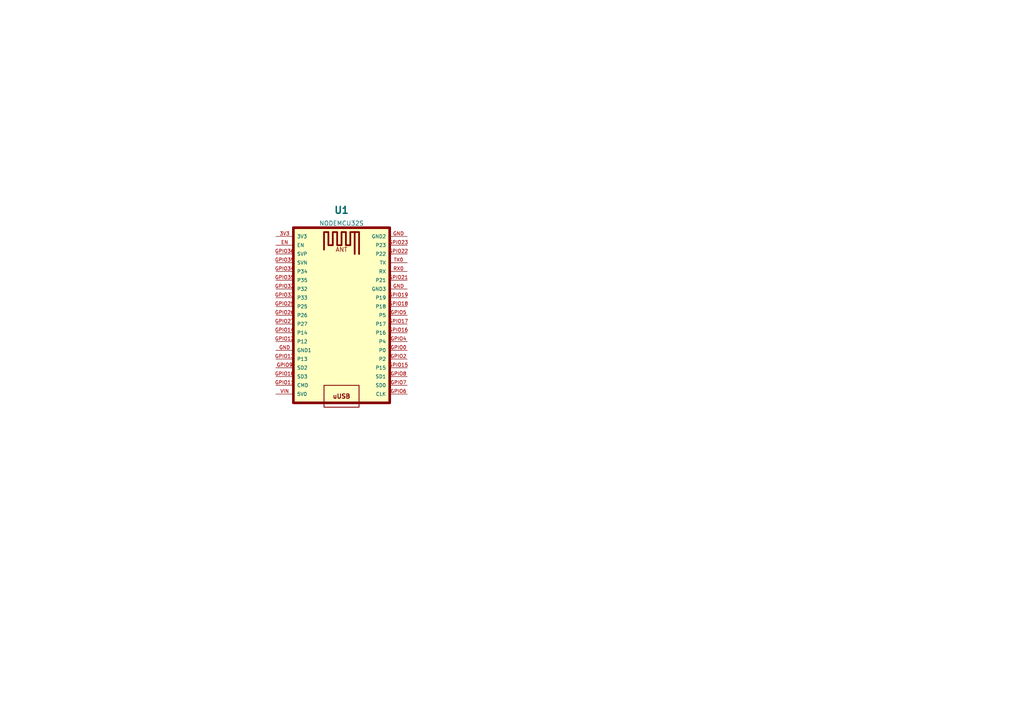
<source format=kicad_sch>
(kicad_sch (version 20230121) (generator eeschema)
  (paper "A4")
  (lib_symbols
    (symbol "Infinity_mirror:NODEMCU32S" (pin_names (offset 1.016))
      (property "Reference" "U" (at -1.27 7.62 0))
      (property "Value" "NODEMCU32S" (at 0 -3.81 0))
      (symbol "NODEMCU32S_0_0"
        (text_box "uUSB" (at -5.08 -20.32 0) (size 10.16 -6.35) (stroke (width 0.254)) (effects (font (size 1.27 1.27) bold)))
        (pin bidirectional line (at -19.05 20.32 0) (length 5.08) (name "EN") (number "EN"))
      )
      (symbol "NODEMCU32S_1_0"
        (rectangle (start -13.97 25.4) (end 13.97 -25.4) (stroke (width 0.762)) (fill (type background)))
        (pin bidirectional line (at -19.05 22.86 0) (length 5.08) (name "3V3") (number "3V3"))
        (pin bidirectional line (at -19.05 -10.16 0) (length 5.08) (name "GND1") (number "GND"))
        (pin bidirectional line (at 19.05 22.86 180) (length 5.08) (name "GND2") (number "GND"))
        (pin bidirectional line (at 19.05 7.62 180) (length 5.08) (name "GND3") (number "GND"))
        (pin bidirectional line (at 19.05 -10.16 180) (length 5.08) (name "P0") (number "GPIO0"))
        (pin bidirectional line (at -19.05 -17.78 0) (length 5.08) (name "SD3") (number "GPIO10"))
        (pin bidirectional line (at -19.05 -20.32 0) (length 5.08) (name "CMD") (number "GPIO11"))
        (pin bidirectional line (at -19.05 -7.62 0) (length 5.08) (name "P12") (number "GPIO12"))
        (pin bidirectional line (at -19.05 -12.7 0) (length 5.08) (name "P13") (number "GPIO13"))
        (pin bidirectional line (at -19.05 -5.08 0) (length 5.08) (name "P14") (number "GPIO14"))
        (pin bidirectional line (at 19.05 -15.24 180) (length 5.08) (name "P15") (number "GPIO15"))
        (pin bidirectional line (at 19.05 -5.08 180) (length 5.08) (name "P16") (number "GPIO16"))
        (pin bidirectional line (at 19.05 -2.54 180) (length 5.08) (name "P17") (number "GPIO17"))
        (pin bidirectional line (at 19.05 2.54 180) (length 5.08) (name "P18") (number "GPIO18"))
        (pin bidirectional line (at 19.05 5.08 180) (length 5.08) (name "P19") (number "GPIO19"))
        (pin bidirectional line (at 19.05 -12.7 180) (length 5.08) (name "P2") (number "GPIO2"))
        (pin bidirectional line (at 19.05 10.16 180) (length 5.08) (name "P21") (number "GPIO21"))
        (pin bidirectional line (at 19.05 17.78 180) (length 5.08) (name "P22") (number "GPIO22"))
        (pin bidirectional line (at 19.05 20.32 180) (length 5.08) (name "P23") (number "GPIO23"))
        (pin bidirectional line (at -19.05 2.54 0) (length 5.08) (name "P25") (number "GPIO25"))
        (pin bidirectional line (at -19.05 0 0) (length 5.08) (name "P26") (number "GPIO26"))
        (pin bidirectional line (at -19.05 -2.54 0) (length 5.08) (name "P27") (number "GPIO27"))
        (pin bidirectional line (at -19.05 7.62 0) (length 5.08) (name "P32") (number "GPIO32"))
        (pin bidirectional line (at -19.05 5.08 0) (length 5.08) (name "P33") (number "GPIO33"))
        (pin input line (at -19.05 12.7 0) (length 5.08) (name "P34") (number "GPIO34"))
        (pin input line (at -19.05 10.16 0) (length 5.08) (name "P35") (number "GPIO35"))
        (pin input line (at -19.05 17.78 0) (length 5.08) (name "SVP") (number "GPIO36"))
        (pin input line (at -19.05 15.24 0) (length 5.08) (name "SVN") (number "GPIO39"))
        (pin bidirectional line (at 19.05 -7.62 180) (length 5.08) (name "P4") (number "GPIO4"))
        (pin bidirectional line (at 19.05 0 180) (length 5.08) (name "P5") (number "GPIO5"))
        (pin bidirectional line (at 19.05 -22.86 180) (length 5.08) (name "CLK") (number "GPIO6"))
        (pin bidirectional line (at 19.05 -20.32 180) (length 5.08) (name "SD0") (number "GPIO7"))
        (pin bidirectional line (at 19.05 -17.78 180) (length 5.08) (name "SD1") (number "GPIO8"))
        (pin bidirectional line (at -19.05 -15.24 0) (length 5.08) (name "SD2") (number "GPIO9"))
        (pin bidirectional line (at 19.05 12.7 180) (length 5.08) (name "RX") (number "RX0"))
        (pin bidirectional line (at 19.05 15.24 180) (length 5.08) (name "TX") (number "TX0"))
        (pin bidirectional line (at -19.05 -22.86 0) (length 5.08) (name "5V0") (number "VIN"))
      )
      (symbol "NODEMCU32S_1_1"
        (polyline (pts (xy 5.08 17.78) (xy 5.08 24.13) (xy 3.81 24.13) (xy 3.81 17.78)) (stroke (width 0.508)))
        (polyline (pts (xy 3.81 24.13) (xy 2.54 24.13) (xy 2.54 20.32) (xy 1.27 20.32) (xy 1.27 24.13) (xy 0 24.13) (xy 0 20.32) (xy -1.27 20.32) (xy -1.27 24.13) (xy -2.54 24.13) (xy -2.54 20.32) (xy -3.81 20.32) (xy -3.81 24.13) (xy -5.08 24.13) (xy -5.08 19.05)) (stroke (width 0.508)))
        (text "ANT" (at 0 19.05 0) (effects (font (size 1.27 1.27))))
      )
    )
  )
  (symbol (lib_id "Infinity_mirror:NODEMCU32S") (at 99.06 91.44 0) (unit 1)
    (property "Reference" "U1" (at 99.06 60.96 0) (effects (font (size 2 2) bold)))
    (property "Value" "NODEMCU32S" (at 99.06 64.77 0))
    (property "Footprint" "NODEMCU32S" (effects hide))
  )
)
</source>
